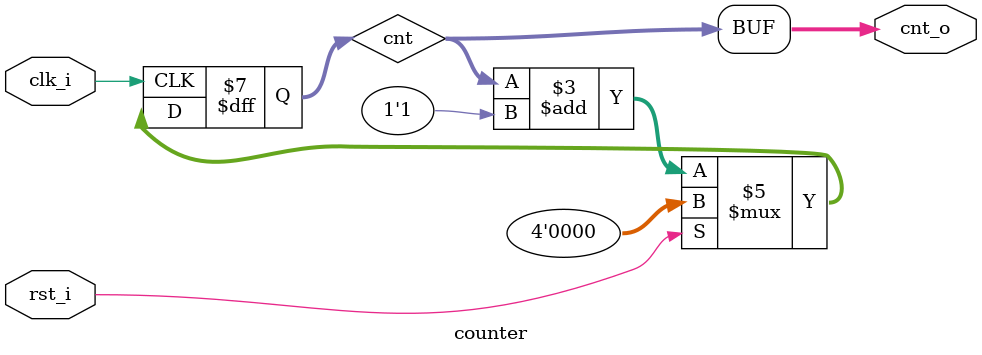
<source format=v>
module counter #(
    parameter          WIDTH=4
) (
    input              clk_i,
    input              rst_i,
    output [WIDTH-1:0] cnt_o
);

    reg [WIDTH-1:0] cnt;

    always @(posedge clk_i) begin
        if (rst_i == 1'b1)
            cnt <= {WIDTH{1'b0}};
        else
            cnt <= cnt + 1'b1;
    end

    assign cnt_o = cnt;

    `ifdef COCOTB_SIM
    initial begin
        $dumpfile ("counter.vcd");
        $dumpvars (0, counter);
    end
    `endif

endmodule

</source>
